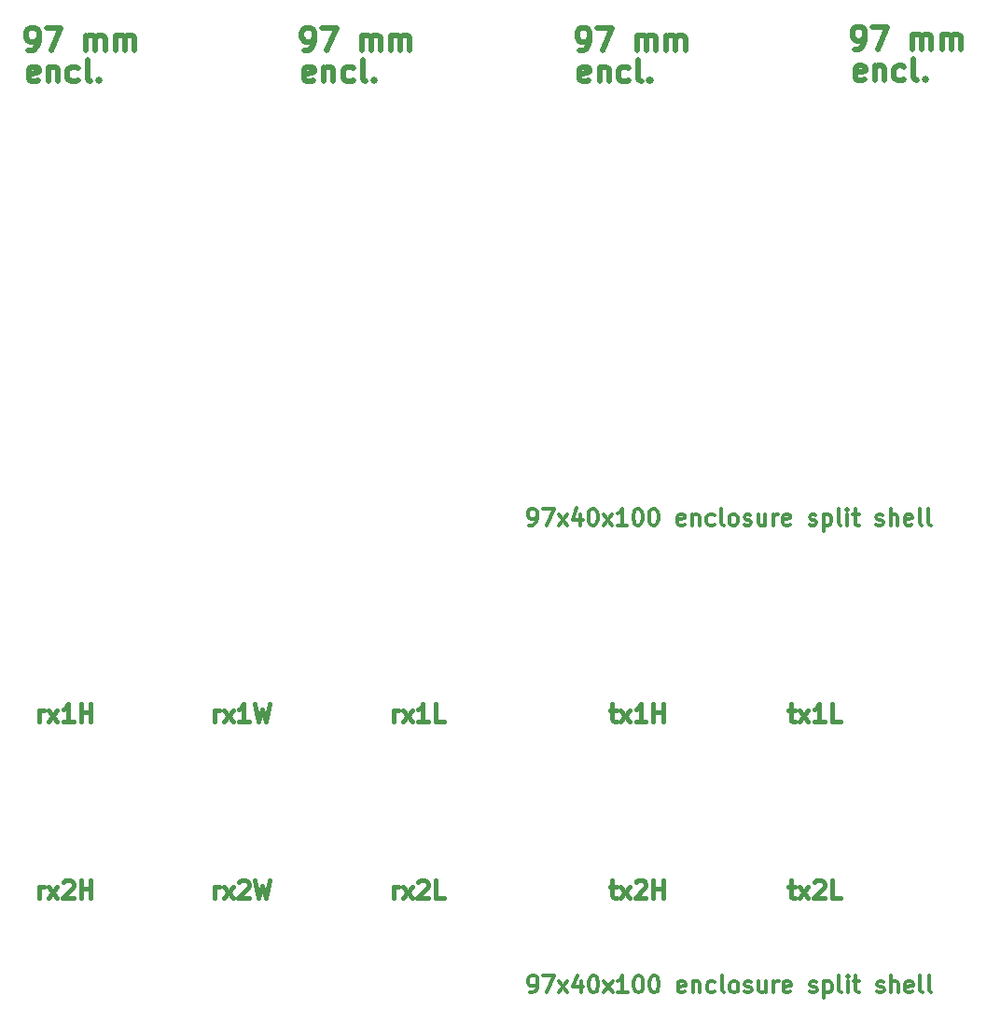
<source format=gto>
%MOIN*%
%OFA0B0*%
%FSLAX46Y46*%
%IPPOS*%
%LPD*%
%ADD10C,0.005905511811023622*%
%ADD11C,0.01968503937007874*%
%ADD22C,0.005905511811023622*%
%ADD23C,0.01968503937007874*%
%ADD34C,0.005905511811023622*%
%ADD35C,0.011811023622047244*%
%ADD36C,0.015748031496062995*%
%ADD47C,0.005905511811023622*%
%ADD48C,0.011811023622047244*%
%ADD59C,0.005905511811023622*%
%ADD60C,0.01968503937007874*%
%ADD71C,0.005905511811023622*%
%ADD72C,0.01968503937007874*%
%LPD*%
G01G01G01G01*
D10*
D11*
X0002184570Y0003511623D02*
X0002199568Y0003511623D01*
X0002207067Y0003515371D01*
X0002210817Y0003519122D01*
X0002218316Y0003530371D01*
X0002222065Y0003545369D01*
X0002222065Y0003575365D01*
X0002218316Y0003582864D01*
X0002214566Y0003586614D01*
X0002207067Y0003590363D01*
X0002192069Y0003590363D01*
X0002184570Y0003586614D01*
X0002180821Y0003582864D01*
X0002177071Y0003575365D01*
X0002177071Y0003556617D01*
X0002180821Y0003549118D01*
X0002184570Y0003545369D01*
X0002192069Y0003541619D01*
X0002207067Y0003541619D01*
X0002214566Y0003545369D01*
X0002218316Y0003549118D01*
X0002222065Y0003556617D01*
X0002248312Y0003590363D02*
X0002300806Y0003590363D01*
X0002267060Y0003511623D01*
X0002390794Y0003511623D02*
X0002390794Y0003564116D01*
X0002390794Y0003556617D02*
X0002394544Y0003560367D01*
X0002402043Y0003564116D01*
X0002413292Y0003564116D01*
X0002420791Y0003560367D01*
X0002424540Y0003552868D01*
X0002424540Y0003511623D01*
X0002424540Y0003552868D02*
X0002428290Y0003560367D01*
X0002435789Y0003564116D01*
X0002447037Y0003564116D01*
X0002454536Y0003560367D01*
X0002458286Y0003552868D01*
X0002458286Y0003511623D01*
X0002495781Y0003511623D02*
X0002495781Y0003564116D01*
X0002495781Y0003556617D02*
X0002499531Y0003560367D01*
X0002507030Y0003564116D01*
X0002518278Y0003564116D01*
X0002525777Y0003560367D01*
X0002529527Y0003552868D01*
X0002529527Y0003511623D01*
X0002529527Y0003552868D02*
X0002533277Y0003560367D01*
X0002540776Y0003564116D01*
X0002552024Y0003564116D01*
X0002559523Y0003560367D01*
X0002563273Y0003552868D01*
X0002563273Y0003511623D01*
X0002219253Y0003403168D02*
X0002211754Y0003399418D01*
X0002196756Y0003399418D01*
X0002189257Y0003403168D01*
X0002185508Y0003410667D01*
X0002185508Y0003440663D01*
X0002189257Y0003448162D01*
X0002196756Y0003451912D01*
X0002211754Y0003451912D01*
X0002219253Y0003448162D01*
X0002223003Y0003440663D01*
X0002223003Y0003433164D01*
X0002185508Y0003425665D01*
X0002256749Y0003451912D02*
X0002256749Y0003399418D01*
X0002256749Y0003444412D02*
X0002260498Y0003448162D01*
X0002267997Y0003451912D01*
X0002279246Y0003451912D01*
X0002286745Y0003448162D01*
X0002290494Y0003440663D01*
X0002290494Y0003399418D01*
X0002361736Y0003403168D02*
X0002354236Y0003399418D01*
X0002339238Y0003399418D01*
X0002331739Y0003403168D01*
X0002327990Y0003406917D01*
X0002324240Y0003414416D01*
X0002324240Y0003436914D01*
X0002327990Y0003444412D01*
X0002331739Y0003448162D01*
X0002339238Y0003451912D01*
X0002354236Y0003451912D01*
X0002361736Y0003448162D01*
X0002406730Y0003399418D02*
X0002399231Y0003403168D01*
X0002395481Y0003410667D01*
X0002395481Y0003478158D01*
X0002436726Y0003406917D02*
X0002440476Y0003403168D01*
X0002436726Y0003399418D01*
X0002432977Y0003403168D01*
X0002436726Y0003406917D01*
X0002436726Y0003399418D01*
G01G01G01G01*
D22*
D23*
X0003168822Y0003515560D02*
X0003183819Y0003515560D01*
X0003191319Y0003519310D01*
X0003195069Y0003523059D01*
X0003202568Y0003534308D01*
X0003206317Y0003549305D01*
X0003206317Y0003579302D01*
X0003202568Y0003586801D01*
X0003198818Y0003590551D01*
X0003191319Y0003594300D01*
X0003176321Y0003594300D01*
X0003168822Y0003590551D01*
X0003165073Y0003586801D01*
X0003161323Y0003579302D01*
X0003161323Y0003560555D01*
X0003165073Y0003553056D01*
X0003168822Y0003549305D01*
X0003176321Y0003545556D01*
X0003191319Y0003545556D01*
X0003198818Y0003549305D01*
X0003202568Y0003553056D01*
X0003206317Y0003560555D01*
X0003232563Y0003594300D02*
X0003285058Y0003594300D01*
X0003251312Y0003515560D01*
X0003375046Y0003515560D02*
X0003375046Y0003568054D01*
X0003375046Y0003560555D02*
X0003378796Y0003564304D01*
X0003386295Y0003568054D01*
X0003397544Y0003568054D01*
X0003405043Y0003564304D01*
X0003408792Y0003556805D01*
X0003408792Y0003515560D01*
X0003408792Y0003556805D02*
X0003412542Y0003564304D01*
X0003420040Y0003568054D01*
X0003431289Y0003568054D01*
X0003438788Y0003564304D01*
X0003442538Y0003556805D01*
X0003442538Y0003515560D01*
X0003480033Y0003515560D02*
X0003480033Y0003568054D01*
X0003480033Y0003560555D02*
X0003483783Y0003564304D01*
X0003491282Y0003568054D01*
X0003502530Y0003568054D01*
X0003510029Y0003564304D01*
X0003513779Y0003556805D01*
X0003513779Y0003515560D01*
X0003513779Y0003556805D02*
X0003517529Y0003564304D01*
X0003525028Y0003568054D01*
X0003536276Y0003568054D01*
X0003543775Y0003564304D01*
X0003547525Y0003556805D01*
X0003547525Y0003515560D01*
X0003203505Y0003407105D02*
X0003196006Y0003403355D01*
X0003181008Y0003403355D01*
X0003173509Y0003407105D01*
X0003169760Y0003414603D01*
X0003169760Y0003444600D01*
X0003173509Y0003452099D01*
X0003181008Y0003455849D01*
X0003196006Y0003455849D01*
X0003203505Y0003452099D01*
X0003207255Y0003444600D01*
X0003207255Y0003437101D01*
X0003169760Y0003429602D01*
X0003241001Y0003455849D02*
X0003241001Y0003403355D01*
X0003241001Y0003448350D02*
X0003244750Y0003452099D01*
X0003252249Y0003455849D01*
X0003263498Y0003455849D01*
X0003270997Y0003452099D01*
X0003274746Y0003444600D01*
X0003274746Y0003403355D01*
X0003345987Y0003407105D02*
X0003338488Y0003403355D01*
X0003323490Y0003403355D01*
X0003315991Y0003407105D01*
X0003312242Y0003410855D01*
X0003308492Y0003418354D01*
X0003308492Y0003440851D01*
X0003312242Y0003448350D01*
X0003315991Y0003452099D01*
X0003323490Y0003455849D01*
X0003338488Y0003455849D01*
X0003345987Y0003452099D01*
X0003390982Y0003403355D02*
X0003383483Y0003407105D01*
X0003379733Y0003414603D01*
X0003379733Y0003482096D01*
X0003420978Y0003410855D02*
X0003424728Y0003407105D01*
X0003420978Y0003403355D01*
X0003417229Y0003407105D01*
X0003420978Y0003410855D01*
X0003420978Y0003403355D01*
G04 next file*
G01G01G01G01G01G01G01G01*
D34*
D35*
X0002007829Y0000146714D02*
X0002019078Y0000146714D01*
X0002024703Y0000149526D01*
X0002027515Y0000152338D01*
X0002033138Y0000160774D01*
X0002035950Y0000172023D01*
X0002035950Y0000194520D01*
X0002033138Y0000200144D01*
X0002030327Y0000202957D01*
X0002024703Y0000205769D01*
X0002013453Y0000205769D01*
X0002007829Y0000202957D01*
X0002005018Y0000200144D01*
X0002002206Y0000194520D01*
X0002002206Y0000180459D01*
X0002005018Y0000174835D01*
X0002007829Y0000172023D01*
X0002013453Y0000169211D01*
X0002024703Y0000169211D01*
X0002030327Y0000172023D01*
X0002033138Y0000174835D01*
X0002035950Y0000180459D01*
X0002055635Y0000205769D02*
X0002095006Y0000205769D01*
X0002069697Y0000146714D01*
X0002111879Y0000146714D02*
X0002142813Y0000186084D01*
X0002111879Y0000186084D02*
X0002142813Y0000146714D01*
X0002190620Y0000186084D02*
X0002190620Y0000146714D01*
X0002176559Y0000208581D02*
X0002162498Y0000166399D01*
X0002199056Y0000166399D01*
X0002232802Y0000205769D02*
X0002238426Y0000205769D01*
X0002244050Y0000202957D01*
X0002246862Y0000200144D01*
X0002249675Y0000194520D01*
X0002252487Y0000183272D01*
X0002252487Y0000169211D01*
X0002249675Y0000157962D01*
X0002246862Y0000152338D01*
X0002244050Y0000149526D01*
X0002238426Y0000146714D01*
X0002232802Y0000146714D01*
X0002227177Y0000149526D01*
X0002224365Y0000152338D01*
X0002221553Y0000157962D01*
X0002218741Y0000169211D01*
X0002218741Y0000183272D01*
X0002221553Y0000194520D01*
X0002224365Y0000200144D01*
X0002227177Y0000202957D01*
X0002232802Y0000205769D01*
X0002272172Y0000146714D02*
X0002303105Y0000186084D01*
X0002272172Y0000186084D02*
X0002303105Y0000146714D01*
X0002356536Y0000146714D02*
X0002322790Y0000146714D01*
X0002339663Y0000146714D02*
X0002339663Y0000205769D01*
X0002334039Y0000197332D01*
X0002328415Y0000191708D01*
X0002322790Y0000188896D01*
X0002393094Y0000205769D02*
X0002398718Y0000205769D01*
X0002404343Y0000202957D01*
X0002407155Y0000200144D01*
X0002409967Y0000194520D01*
X0002412779Y0000183272D01*
X0002412779Y0000169211D01*
X0002409967Y0000157962D01*
X0002407155Y0000152338D01*
X0002404343Y0000149526D01*
X0002398718Y0000146714D01*
X0002393094Y0000146714D01*
X0002387470Y0000149526D01*
X0002384658Y0000152338D01*
X0002381846Y0000157962D01*
X0002379033Y0000169211D01*
X0002379033Y0000183272D01*
X0002381846Y0000194520D01*
X0002384658Y0000200144D01*
X0002387470Y0000202957D01*
X0002393094Y0000205769D01*
X0002449337Y0000205769D02*
X0002454961Y0000205769D01*
X0002460586Y0000202957D01*
X0002463398Y0000200144D01*
X0002466210Y0000194520D01*
X0002469022Y0000183272D01*
X0002469022Y0000169211D01*
X0002466210Y0000157962D01*
X0002463398Y0000152338D01*
X0002460586Y0000149526D01*
X0002454961Y0000146714D01*
X0002449337Y0000146714D01*
X0002443713Y0000149526D01*
X0002440901Y0000152338D01*
X0002438089Y0000157962D01*
X0002435276Y0000169211D01*
X0002435276Y0000183272D01*
X0002438089Y0000194520D01*
X0002440901Y0000200144D01*
X0002443713Y0000202957D01*
X0002449337Y0000205769D01*
X0002561823Y0000149526D02*
X0002556199Y0000146714D01*
X0002544950Y0000146714D01*
X0002539326Y0000149526D01*
X0002536514Y0000155150D01*
X0002536514Y0000177647D01*
X0002539326Y0000183272D01*
X0002544950Y0000186084D01*
X0002556199Y0000186084D01*
X0002561823Y0000183272D01*
X0002564635Y0000177647D01*
X0002564635Y0000172023D01*
X0002536514Y0000166399D01*
X0002589945Y0000186084D02*
X0002589945Y0000146714D01*
X0002589945Y0000180459D02*
X0002592757Y0000183272D01*
X0002598381Y0000186084D01*
X0002606817Y0000186084D01*
X0002612442Y0000183272D01*
X0002615254Y0000177647D01*
X0002615254Y0000146714D01*
X0002668685Y0000149526D02*
X0002663060Y0000146714D01*
X0002651812Y0000146714D01*
X0002646188Y0000149526D01*
X0002643375Y0000152338D01*
X0002640563Y0000157962D01*
X0002640563Y0000174835D01*
X0002643375Y0000180459D01*
X0002646188Y0000183272D01*
X0002651812Y0000186084D01*
X0002663060Y0000186084D01*
X0002668685Y0000183272D01*
X0002702431Y0000146714D02*
X0002696806Y0000149526D01*
X0002693994Y0000155150D01*
X0002693994Y0000205769D01*
X0002733364Y0000146714D02*
X0002727740Y0000149526D01*
X0002724928Y0000152338D01*
X0002722116Y0000157962D01*
X0002722116Y0000174835D01*
X0002724928Y0000180459D01*
X0002727740Y0000183272D01*
X0002733364Y0000186084D01*
X0002741801Y0000186084D01*
X0002747425Y0000183272D01*
X0002750237Y0000180459D01*
X0002753049Y0000174835D01*
X0002753049Y0000157962D01*
X0002750237Y0000152338D01*
X0002747425Y0000149526D01*
X0002741801Y0000146714D01*
X0002733364Y0000146714D01*
X0002775546Y0000149526D02*
X0002781171Y0000146714D01*
X0002792419Y0000146714D01*
X0002798044Y0000149526D01*
X0002800856Y0000155150D01*
X0002800856Y0000157962D01*
X0002798044Y0000163586D01*
X0002792419Y0000166399D01*
X0002783983Y0000166399D01*
X0002778359Y0000169211D01*
X0002775546Y0000174835D01*
X0002775546Y0000177647D01*
X0002778359Y0000183272D01*
X0002783983Y0000186084D01*
X0002792419Y0000186084D01*
X0002798044Y0000183272D01*
X0002851474Y0000186084D02*
X0002851474Y0000146714D01*
X0002826165Y0000186084D02*
X0002826165Y0000155150D01*
X0002828977Y0000149526D01*
X0002834602Y0000146714D01*
X0002843038Y0000146714D01*
X0002848662Y0000149526D01*
X0002851474Y0000152338D01*
X0002879596Y0000146714D02*
X0002879596Y0000186084D01*
X0002879596Y0000174835D02*
X0002882408Y0000180459D01*
X0002885220Y0000183272D01*
X0002890844Y0000186084D01*
X0002896468Y0000186084D01*
X0002938651Y0000149526D02*
X0002933027Y0000146714D01*
X0002921778Y0000146714D01*
X0002916154Y0000149526D01*
X0002913342Y0000155150D01*
X0002913342Y0000177647D01*
X0002916154Y0000183272D01*
X0002921778Y0000186084D01*
X0002933027Y0000186084D01*
X0002938651Y0000183272D01*
X0002941463Y0000177647D01*
X0002941463Y0000172023D01*
X0002913342Y0000166399D01*
X0003008955Y0000149526D02*
X0003014579Y0000146714D01*
X0003025828Y0000146714D01*
X0003031452Y0000149526D01*
X0003034264Y0000155150D01*
X0003034264Y0000157962D01*
X0003031452Y0000163586D01*
X0003025828Y0000166399D01*
X0003017391Y0000166399D01*
X0003011767Y0000169211D01*
X0003008955Y0000174835D01*
X0003008955Y0000177647D01*
X0003011767Y0000183272D01*
X0003017391Y0000186084D01*
X0003025828Y0000186084D01*
X0003031452Y0000183272D01*
X0003059573Y0000186084D02*
X0003059573Y0000127029D01*
X0003059573Y0000183272D02*
X0003065198Y0000186084D01*
X0003076446Y0000186084D01*
X0003082071Y0000183272D01*
X0003084883Y0000180459D01*
X0003087695Y0000174835D01*
X0003087695Y0000157962D01*
X0003084883Y0000152338D01*
X0003082071Y0000149526D01*
X0003076446Y0000146714D01*
X0003065198Y0000146714D01*
X0003059573Y0000149526D01*
X0003121441Y0000146714D02*
X0003115816Y0000149526D01*
X0003113004Y0000155150D01*
X0003113004Y0000205769D01*
X0003143938Y0000146714D02*
X0003143938Y0000186084D01*
X0003143938Y0000205769D02*
X0003141126Y0000202957D01*
X0003143938Y0000200144D01*
X0003146750Y0000202957D01*
X0003143938Y0000205769D01*
X0003143938Y0000200144D01*
X0003163623Y0000186084D02*
X0003186120Y0000186084D01*
X0003172059Y0000205769D02*
X0003172059Y0000155150D01*
X0003174870Y0000149526D01*
X0003180496Y0000146714D01*
X0003186120Y0000146714D01*
X0003247986Y0000149526D02*
X0003253612Y0000146714D01*
X0003264860Y0000146714D01*
X0003270485Y0000149526D01*
X0003273296Y0000155150D01*
X0003273296Y0000157962D01*
X0003270485Y0000163586D01*
X0003264860Y0000166399D01*
X0003256424Y0000166399D01*
X0003250799Y0000169211D01*
X0003247986Y0000174835D01*
X0003247986Y0000177647D01*
X0003250799Y0000183272D01*
X0003256424Y0000186084D01*
X0003264860Y0000186084D01*
X0003270485Y0000183272D01*
X0003298606Y0000146714D02*
X0003298606Y0000205769D01*
X0003323914Y0000146714D02*
X0003323914Y0000177647D01*
X0003321103Y0000183272D01*
X0003315479Y0000186084D01*
X0003307042Y0000186084D01*
X0003301418Y0000183272D01*
X0003298606Y0000180459D01*
X0003374534Y0000149526D02*
X0003368910Y0000146714D01*
X0003357661Y0000146714D01*
X0003352037Y0000149526D01*
X0003349225Y0000155150D01*
X0003349225Y0000177647D01*
X0003352037Y0000183272D01*
X0003357661Y0000186084D01*
X0003368910Y0000186084D01*
X0003374534Y0000183272D01*
X0003377346Y0000177647D01*
X0003377346Y0000172023D01*
X0003349225Y0000166399D01*
X0003411091Y0000146714D02*
X0003405468Y0000149526D01*
X0003402655Y0000155150D01*
X0003402655Y0000205769D01*
X0003442026Y0000146714D02*
X0003436401Y0000149526D01*
X0003433589Y0000155150D01*
X0003433589Y0000205769D01*
D36*
X0002930871Y0000525510D02*
X0002954868Y0000525510D01*
X0002939870Y0000546507D02*
X0002939870Y0000492514D01*
X0002942869Y0000486515D01*
X0002948868Y0000483515D01*
X0002954868Y0000483515D01*
X0002969866Y0000483515D02*
X0003002862Y0000525510D01*
X0002969866Y0000525510D02*
X0003002862Y0000483515D01*
X0003023859Y0000540508D02*
X0003026859Y0000543508D01*
X0003032858Y0000546507D01*
X0003047856Y0000546507D01*
X0003053855Y0000543508D01*
X0003056855Y0000540508D01*
X0003059855Y0000534509D01*
X0003059855Y0000528510D01*
X0003056855Y0000519510D01*
X0003020859Y0000483515D01*
X0003059855Y0000483515D01*
X0003116847Y0000483515D02*
X0003086851Y0000483515D01*
X0003086851Y0000546507D01*
X0002293450Y0000525510D02*
X0002317447Y0000525510D01*
X0002302449Y0000546507D02*
X0002302449Y0000492514D01*
X0002305449Y0000486515D01*
X0002311448Y0000483515D01*
X0002317447Y0000483515D01*
X0002332446Y0000483515D02*
X0002365441Y0000525510D01*
X0002332446Y0000525510D02*
X0002365441Y0000483515D01*
X0002386439Y0000540508D02*
X0002389438Y0000543508D01*
X0002395438Y0000546507D01*
X0002410436Y0000546507D01*
X0002416435Y0000543508D01*
X0002419435Y0000540508D01*
X0002422434Y0000534509D01*
X0002422434Y0000528510D01*
X0002419435Y0000519510D01*
X0002383439Y0000483515D01*
X0002422434Y0000483515D01*
X0002449431Y0000483515D02*
X0002449431Y0000546507D01*
X0002449431Y0000516511D02*
X0002485426Y0000516511D01*
X0002485426Y0000483515D02*
X0002485426Y0000546507D01*
X0001521047Y0000483515D02*
X0001521047Y0000525510D01*
X0001521047Y0000513511D02*
X0001524047Y0000519510D01*
X0001527045Y0000522510D01*
X0001533045Y0000525510D01*
X0001539045Y0000525510D01*
X0001554043Y0000483515D02*
X0001587038Y0000525510D01*
X0001554043Y0000525510D02*
X0001587038Y0000483515D01*
X0001608035Y0000540508D02*
X0001611036Y0000543508D01*
X0001617035Y0000546507D01*
X0001632033Y0000546507D01*
X0001638032Y0000543508D01*
X0001641032Y0000540508D01*
X0001644032Y0000534509D01*
X0001644032Y0000528510D01*
X0001641032Y0000519510D01*
X0001605036Y0000483515D01*
X0001644032Y0000483515D01*
X0001701024Y0000483515D02*
X0001671028Y0000483515D01*
X0001671028Y0000546507D01*
X0000880626Y0000483515D02*
X0000880626Y0000525510D01*
X0000880626Y0000513511D02*
X0000883626Y0000519510D01*
X0000886626Y0000522510D01*
X0000892625Y0000525510D01*
X0000898625Y0000525510D01*
X0000913623Y0000483515D02*
X0000946619Y0000525510D01*
X0000913623Y0000525510D02*
X0000946619Y0000483515D01*
X0000967616Y0000540508D02*
X0000970616Y0000543508D01*
X0000976615Y0000546507D01*
X0000991613Y0000546507D01*
X0000997612Y0000543508D01*
X0001000612Y0000540508D01*
X0001003612Y0000534509D01*
X0001003612Y0000528510D01*
X0001000612Y0000519510D01*
X0000964617Y0000483515D01*
X0001003612Y0000483515D01*
X0001024609Y0000546507D02*
X0001039607Y0000483515D01*
X0001051606Y0000528510D01*
X0001063604Y0000483515D01*
X0001078602Y0000546507D01*
X0000253705Y0000483515D02*
X0000253705Y0000525510D01*
X0000253705Y0000513511D02*
X0000256705Y0000519510D01*
X0000259705Y0000522510D01*
X0000265704Y0000525510D01*
X0000271703Y0000525510D01*
X0000286701Y0000483515D02*
X0000319697Y0000525510D01*
X0000286701Y0000525510D02*
X0000319697Y0000483515D01*
X0000340694Y0000540508D02*
X0000343694Y0000543508D01*
X0000349693Y0000546507D01*
X0000364691Y0000546507D01*
X0000370691Y0000543508D01*
X0000373690Y0000540508D01*
X0000376690Y0000534509D01*
X0000376690Y0000528510D01*
X0000373690Y0000519510D01*
X0000337695Y0000483515D01*
X0000376690Y0000483515D01*
X0000403687Y0000483515D02*
X0000403687Y0000546507D01*
X0000403687Y0000516511D02*
X0000439682Y0000516511D01*
X0000439682Y0000483515D02*
X0000439682Y0000546507D01*
X0000253705Y0001113437D02*
X0000253705Y0001155431D01*
X0000253705Y0001143433D02*
X0000256705Y0001149432D01*
X0000259705Y0001152432D01*
X0000265704Y0001155431D01*
X0000271703Y0001155431D01*
X0000286701Y0001113437D02*
X0000319697Y0001155431D01*
X0000286701Y0001155431D02*
X0000319697Y0001113437D01*
X0000376690Y0001113437D02*
X0000340694Y0001113437D01*
X0000358692Y0001113437D02*
X0000358692Y0001176429D01*
X0000352693Y0001167430D01*
X0000346694Y0001161431D01*
X0000340694Y0001158431D01*
X0000403687Y0001113437D02*
X0000403687Y0001176429D01*
X0000403687Y0001146432D02*
X0000439682Y0001146432D01*
X0000439682Y0001113437D02*
X0000439682Y0001176429D01*
X0000880626Y0001113437D02*
X0000880626Y0001155431D01*
X0000880626Y0001143433D02*
X0000883626Y0001149432D01*
X0000886626Y0001152432D01*
X0000892625Y0001155431D01*
X0000898625Y0001155431D01*
X0000913623Y0001113437D02*
X0000946619Y0001155431D01*
X0000913623Y0001155431D02*
X0000946619Y0001113437D01*
X0001003612Y0001113437D02*
X0000967616Y0001113437D01*
X0000985614Y0001113437D02*
X0000985614Y0001176429D01*
X0000979615Y0001167430D01*
X0000973615Y0001161431D01*
X0000967616Y0001158431D01*
X0001024609Y0001176429D02*
X0001039607Y0001113437D01*
X0001051606Y0001158431D01*
X0001063604Y0001113437D01*
X0001078602Y0001176429D01*
X0001521047Y0001113437D02*
X0001521047Y0001155431D01*
X0001521047Y0001143433D02*
X0001524047Y0001149432D01*
X0001527045Y0001152432D01*
X0001533045Y0001155431D01*
X0001539045Y0001155431D01*
X0001554043Y0001113437D02*
X0001587038Y0001155431D01*
X0001554043Y0001155431D02*
X0001587038Y0001113437D01*
X0001644032Y0001113437D02*
X0001608035Y0001113437D01*
X0001626034Y0001113437D02*
X0001626034Y0001176429D01*
X0001620035Y0001167430D01*
X0001614035Y0001161431D01*
X0001608035Y0001158431D01*
X0001701024Y0001113437D02*
X0001671028Y0001113437D01*
X0001671028Y0001176429D01*
X0002293450Y0001155431D02*
X0002317447Y0001155431D01*
X0002302449Y0001176429D02*
X0002302449Y0001122435D01*
X0002305449Y0001116436D01*
X0002311448Y0001113437D01*
X0002317447Y0001113437D01*
X0002332446Y0001113437D02*
X0002365441Y0001155431D01*
X0002332446Y0001155431D02*
X0002365441Y0001113437D01*
X0002422434Y0001113437D02*
X0002386439Y0001113437D01*
X0002404437Y0001113437D02*
X0002404437Y0001176429D01*
X0002398437Y0001167430D01*
X0002392438Y0001161431D01*
X0002386439Y0001158431D01*
X0002449431Y0001113437D02*
X0002449431Y0001176429D01*
X0002449431Y0001146432D02*
X0002485426Y0001146432D01*
X0002485426Y0001113437D02*
X0002485426Y0001176429D01*
X0002930871Y0001155431D02*
X0002954868Y0001155431D01*
X0002939870Y0001176429D02*
X0002939870Y0001122435D01*
X0002942869Y0001116436D01*
X0002948868Y0001113437D01*
X0002954868Y0001113437D01*
X0002969866Y0001113437D02*
X0003002862Y0001155431D01*
X0002969866Y0001155431D02*
X0003002862Y0001113437D01*
X0003059855Y0001113437D02*
X0003023859Y0001113437D01*
X0003041857Y0001113437D02*
X0003041857Y0001176429D01*
X0003035858Y0001167430D01*
X0003029858Y0001161431D01*
X0003023859Y0001158431D01*
X0003116847Y0001113437D02*
X0003086851Y0001113437D01*
X0003086851Y0001176429D01*
G01G01G01G01G01G01G01G01*
D47*
D48*
X0002005952Y0001814632D02*
X0002017201Y0001814632D01*
X0002022825Y0001817444D01*
X0002025637Y0001820255D01*
X0002031262Y0001828693D01*
X0002034074Y0001839941D01*
X0002034074Y0001862439D01*
X0002031262Y0001868063D01*
X0002028449Y0001870875D01*
X0002022825Y0001873687D01*
X0002011577Y0001873687D01*
X0002005952Y0001870875D01*
X0002003140Y0001868063D01*
X0002000328Y0001862439D01*
X0002000328Y0001848378D01*
X0002003140Y0001842754D01*
X0002005952Y0001839941D01*
X0002011577Y0001837129D01*
X0002022825Y0001837129D01*
X0002028449Y0001839941D01*
X0002031262Y0001842754D01*
X0002034074Y0001848378D01*
X0002053759Y0001873687D02*
X0002093128Y0001873687D01*
X0002067820Y0001814632D01*
X0002110002Y0001814632D02*
X0002140936Y0001854002D01*
X0002110002Y0001854002D02*
X0002140936Y0001814632D01*
X0002188742Y0001854002D02*
X0002188742Y0001814632D01*
X0002174681Y0001876499D02*
X0002160621Y0001834317D01*
X0002197179Y0001834317D01*
X0002230924Y0001873687D02*
X0002236549Y0001873687D01*
X0002242173Y0001870875D01*
X0002244985Y0001868063D01*
X0002247797Y0001862439D01*
X0002250609Y0001851190D01*
X0002250609Y0001837129D01*
X0002247797Y0001825881D01*
X0002244985Y0001820255D01*
X0002242173Y0001817444D01*
X0002236549Y0001814632D01*
X0002230924Y0001814632D01*
X0002225300Y0001817444D01*
X0002222488Y0001820255D01*
X0002219676Y0001825881D01*
X0002216864Y0001837129D01*
X0002216864Y0001851190D01*
X0002219676Y0001862439D01*
X0002222488Y0001868063D01*
X0002225300Y0001870875D01*
X0002230924Y0001873687D01*
X0002270294Y0001814632D02*
X0002301228Y0001854002D01*
X0002270294Y0001854002D02*
X0002301228Y0001814632D01*
X0002354659Y0001814632D02*
X0002320913Y0001814632D01*
X0002337786Y0001814632D02*
X0002337786Y0001873687D01*
X0002332162Y0001865251D01*
X0002326537Y0001859626D01*
X0002320913Y0001856814D01*
X0002391217Y0001873687D02*
X0002396841Y0001873687D01*
X0002402465Y0001870875D01*
X0002405278Y0001868063D01*
X0002408090Y0001862439D01*
X0002410902Y0001851190D01*
X0002410902Y0001837129D01*
X0002408090Y0001825881D01*
X0002405278Y0001820255D01*
X0002402465Y0001817444D01*
X0002396841Y0001814632D01*
X0002391217Y0001814632D01*
X0002385592Y0001817444D01*
X0002382780Y0001820255D01*
X0002379968Y0001825881D01*
X0002377156Y0001837129D01*
X0002377156Y0001851190D01*
X0002379968Y0001862439D01*
X0002382780Y0001868063D01*
X0002385592Y0001870875D01*
X0002391217Y0001873687D01*
X0002447460Y0001873687D02*
X0002453084Y0001873687D01*
X0002458708Y0001870875D01*
X0002461520Y0001868063D01*
X0002464333Y0001862439D01*
X0002467145Y0001851190D01*
X0002467145Y0001837129D01*
X0002464333Y0001825881D01*
X0002461520Y0001820255D01*
X0002458708Y0001817444D01*
X0002453084Y0001814632D01*
X0002447460Y0001814632D01*
X0002441835Y0001817444D01*
X0002439023Y0001820255D01*
X0002436211Y0001825881D01*
X0002433399Y0001837129D01*
X0002433399Y0001851190D01*
X0002436211Y0001862439D01*
X0002439023Y0001868063D01*
X0002441835Y0001870875D01*
X0002447460Y0001873687D01*
X0002559946Y0001817444D02*
X0002554321Y0001814632D01*
X0002543073Y0001814632D01*
X0002537448Y0001817444D01*
X0002534636Y0001823069D01*
X0002534636Y0001845566D01*
X0002537448Y0001851190D01*
X0002543073Y0001854002D01*
X0002554321Y0001854002D01*
X0002559946Y0001851190D01*
X0002562758Y0001845566D01*
X0002562758Y0001839941D01*
X0002534636Y0001834317D01*
X0002588067Y0001854002D02*
X0002588067Y0001814632D01*
X0002588067Y0001848378D02*
X0002590879Y0001851190D01*
X0002596504Y0001854002D01*
X0002604940Y0001854002D01*
X0002610564Y0001851190D01*
X0002613376Y0001845566D01*
X0002613376Y0001814632D01*
X0002666807Y0001817444D02*
X0002661183Y0001814632D01*
X0002649934Y0001814632D01*
X0002644309Y0001817444D01*
X0002641498Y0001820255D01*
X0002638686Y0001825881D01*
X0002638686Y0001842754D01*
X0002641498Y0001848378D01*
X0002644309Y0001851190D01*
X0002649934Y0001854002D01*
X0002661183Y0001854002D01*
X0002666807Y0001851190D01*
X0002700553Y0001814632D02*
X0002694929Y0001817444D01*
X0002692117Y0001823069D01*
X0002692117Y0001873687D01*
X0002731487Y0001814632D02*
X0002725862Y0001817444D01*
X0002723050Y0001820255D01*
X0002720238Y0001825881D01*
X0002720238Y0001842754D01*
X0002723050Y0001848378D01*
X0002725862Y0001851190D01*
X0002731487Y0001854002D01*
X0002739923Y0001854002D01*
X0002745547Y0001851190D01*
X0002748360Y0001848378D01*
X0002751172Y0001842754D01*
X0002751172Y0001825881D01*
X0002748360Y0001820255D01*
X0002745547Y0001817444D01*
X0002739923Y0001814632D01*
X0002731487Y0001814632D01*
X0002773669Y0001817444D02*
X0002779292Y0001814632D01*
X0002790542Y0001814632D01*
X0002796166Y0001817444D01*
X0002798978Y0001823069D01*
X0002798978Y0001825881D01*
X0002796166Y0001831505D01*
X0002790542Y0001834317D01*
X0002782105Y0001834317D01*
X0002776481Y0001837129D01*
X0002773669Y0001842754D01*
X0002773669Y0001845566D01*
X0002776481Y0001851190D01*
X0002782105Y0001854002D01*
X0002790542Y0001854002D01*
X0002796166Y0001851190D01*
X0002849597Y0001854002D02*
X0002849597Y0001814632D01*
X0002824288Y0001854002D02*
X0002824288Y0001823069D01*
X0002827100Y0001817444D01*
X0002832724Y0001814632D01*
X0002841161Y0001814632D01*
X0002846785Y0001817444D01*
X0002849597Y0001820255D01*
X0002877718Y0001814632D02*
X0002877718Y0001854002D01*
X0002877718Y0001842754D02*
X0002880531Y0001848378D01*
X0002883343Y0001851190D01*
X0002888967Y0001854002D01*
X0002894591Y0001854002D01*
X0002936774Y0001817444D02*
X0002931149Y0001814632D01*
X0002919901Y0001814632D01*
X0002914276Y0001817444D01*
X0002911464Y0001823069D01*
X0002911464Y0001845566D01*
X0002914276Y0001851190D01*
X0002919901Y0001854002D01*
X0002931149Y0001854002D01*
X0002936774Y0001851190D01*
X0002939586Y0001845566D01*
X0002939586Y0001839941D01*
X0002911464Y0001834317D01*
X0003007077Y0001817444D02*
X0003012702Y0001814632D01*
X0003023950Y0001814632D01*
X0003029574Y0001817444D01*
X0003032387Y0001823069D01*
X0003032387Y0001825881D01*
X0003029574Y0001831505D01*
X0003023950Y0001834317D01*
X0003015513Y0001834317D01*
X0003009889Y0001837129D01*
X0003007077Y0001842754D01*
X0003007077Y0001845566D01*
X0003009889Y0001851190D01*
X0003015513Y0001854002D01*
X0003023950Y0001854002D01*
X0003029574Y0001851190D01*
X0003057696Y0001854002D02*
X0003057696Y0001794946D01*
X0003057696Y0001851190D02*
X0003063320Y0001854002D01*
X0003074569Y0001854002D01*
X0003080192Y0001851190D01*
X0003083005Y0001848378D01*
X0003085817Y0001842754D01*
X0003085817Y0001825881D01*
X0003083005Y0001820255D01*
X0003080192Y0001817444D01*
X0003074569Y0001814632D01*
X0003063320Y0001814632D01*
X0003057696Y0001817444D01*
X0003119563Y0001814632D02*
X0003113939Y0001817444D01*
X0003111127Y0001823069D01*
X0003111127Y0001873687D01*
X0003142059Y0001814632D02*
X0003142059Y0001854002D01*
X0003142059Y0001873687D02*
X0003139248Y0001870875D01*
X0003142059Y0001868063D01*
X0003144873Y0001870875D01*
X0003142059Y0001873687D01*
X0003142059Y0001868063D01*
X0003161745Y0001854002D02*
X0003184243Y0001854002D01*
X0003170182Y0001873687D02*
X0003170182Y0001823069D01*
X0003172994Y0001817444D01*
X0003178618Y0001814632D01*
X0003184243Y0001814632D01*
X0003246110Y0001817444D02*
X0003251734Y0001814632D01*
X0003262983Y0001814632D01*
X0003268607Y0001817444D01*
X0003271419Y0001823069D01*
X0003271419Y0001825881D01*
X0003268607Y0001831505D01*
X0003262983Y0001834317D01*
X0003254546Y0001834317D01*
X0003248922Y0001837129D01*
X0003246110Y0001842754D01*
X0003246110Y0001845566D01*
X0003248922Y0001851190D01*
X0003254546Y0001854002D01*
X0003262983Y0001854002D01*
X0003268607Y0001851190D01*
X0003296729Y0001814632D02*
X0003296729Y0001873687D01*
X0003322038Y0001814632D02*
X0003322038Y0001845566D01*
X0003319226Y0001851190D01*
X0003313601Y0001854002D01*
X0003305165Y0001854002D01*
X0003299541Y0001851190D01*
X0003296729Y0001848378D01*
X0003372657Y0001817444D02*
X0003367032Y0001814632D01*
X0003355784Y0001814632D01*
X0003350159Y0001817444D01*
X0003347347Y0001823069D01*
X0003347347Y0001845566D01*
X0003350159Y0001851190D01*
X0003355784Y0001854002D01*
X0003367032Y0001854002D01*
X0003372657Y0001851190D01*
X0003375469Y0001845566D01*
X0003375469Y0001839941D01*
X0003347347Y0001834317D01*
X0003409215Y0001814632D02*
X0003403590Y0001817444D01*
X0003400778Y0001823069D01*
X0003400778Y0001873687D01*
X0003440148Y0001814632D02*
X0003434524Y0001817444D01*
X0003431712Y0001823069D01*
X0003431712Y0001873687D01*
G04 next file*
G01G01G01G01G01G01G01G01*
D59*
D60*
X0000216066Y0003511623D02*
X0000231064Y0003511623D01*
X0000238563Y0003515371D01*
X0000242313Y0003519122D01*
X0000249812Y0003530371D01*
X0000253562Y0003545369D01*
X0000253562Y0003575365D01*
X0000249812Y0003582864D01*
X0000246062Y0003586614D01*
X0000238563Y0003590363D01*
X0000223565Y0003590363D01*
X0000216066Y0003586614D01*
X0000212317Y0003582864D01*
X0000208567Y0003575365D01*
X0000208567Y0003556617D01*
X0000212317Y0003549118D01*
X0000216066Y0003545369D01*
X0000223565Y0003541619D01*
X0000238563Y0003541619D01*
X0000246062Y0003545369D01*
X0000249812Y0003549118D01*
X0000253562Y0003556617D01*
X0000279808Y0003590363D02*
X0000332302Y0003590363D01*
X0000298556Y0003511623D01*
X0000422290Y0003511623D02*
X0000422290Y0003564116D01*
X0000422290Y0003556617D02*
X0000426040Y0003560367D01*
X0000433539Y0003564116D01*
X0000444788Y0003564116D01*
X0000452287Y0003560367D01*
X0000456036Y0003552868D01*
X0000456036Y0003511623D01*
X0000456036Y0003552868D02*
X0000459786Y0003560367D01*
X0000467285Y0003564116D01*
X0000478533Y0003564116D01*
X0000486032Y0003560367D01*
X0000489782Y0003552868D01*
X0000489782Y0003511623D01*
X0000527277Y0003511623D02*
X0000527277Y0003564116D01*
X0000527277Y0003556617D02*
X0000531027Y0003560367D01*
X0000538526Y0003564116D01*
X0000549775Y0003564116D01*
X0000557274Y0003560367D01*
X0000561023Y0003552868D01*
X0000561023Y0003511623D01*
X0000561023Y0003552868D02*
X0000564773Y0003560367D01*
X0000572272Y0003564116D01*
X0000583520Y0003564116D01*
X0000591019Y0003560367D01*
X0000594769Y0003552868D01*
X0000594769Y0003511623D01*
X0000250749Y0003403168D02*
X0000243250Y0003399418D01*
X0000228252Y0003399418D01*
X0000220753Y0003403168D01*
X0000217004Y0003410667D01*
X0000217004Y0003440663D01*
X0000220753Y0003448162D01*
X0000228252Y0003451912D01*
X0000243250Y0003451912D01*
X0000250749Y0003448162D01*
X0000254498Y0003440663D01*
X0000254498Y0003433164D01*
X0000217004Y0003425665D01*
X0000288245Y0003451912D02*
X0000288245Y0003399418D01*
X0000288245Y0003444412D02*
X0000291994Y0003448162D01*
X0000299493Y0003451912D01*
X0000310742Y0003451912D01*
X0000318241Y0003448162D01*
X0000321990Y0003440663D01*
X0000321990Y0003399418D01*
X0000393232Y0003403168D02*
X0000385732Y0003399418D01*
X0000370734Y0003399418D01*
X0000363235Y0003403168D01*
X0000359486Y0003406917D01*
X0000355736Y0003414416D01*
X0000355736Y0003436914D01*
X0000359486Y0003444412D01*
X0000363235Y0003448162D01*
X0000370734Y0003451912D01*
X0000385732Y0003451912D01*
X0000393232Y0003448162D01*
X0000438226Y0003399418D02*
X0000430727Y0003403168D01*
X0000426977Y0003410667D01*
X0000426977Y0003478158D01*
X0000468222Y0003406917D02*
X0000471972Y0003403168D01*
X0000468222Y0003399418D01*
X0000464473Y0003403168D01*
X0000468222Y0003406917D01*
X0000468222Y0003399418D01*
G04 next file*
G04 #@! TF.FileFunction,Legend,Top*
G04 Gerber Fmt 4.6, Leading zero omitted, Abs format (unit mm)*
G04 Created by KiCad (PCBNEW no-bzr-kicad_new3d-viewer) date 07/10/16 17:41:36*
G01G01G01G01G01G01G01G01*
G04 APERTURE LIST*
G04 APERTURE END LIST*
D71*
D72*
X0001200318Y0003511623D02*
X0001215316Y0003511623D01*
X0001222815Y0003515371D01*
X0001226565Y0003519122D01*
X0001234064Y0003530371D01*
X0001237814Y0003545369D01*
X0001237814Y0003575365D01*
X0001234064Y0003582864D01*
X0001230314Y0003586614D01*
X0001222815Y0003590363D01*
X0001207817Y0003590363D01*
X0001200318Y0003586614D01*
X0001196569Y0003582864D01*
X0001192819Y0003575365D01*
X0001192819Y0003556617D01*
X0001196569Y0003549118D01*
X0001200318Y0003545369D01*
X0001207817Y0003541619D01*
X0001222815Y0003541619D01*
X0001230314Y0003545369D01*
X0001234064Y0003549118D01*
X0001237814Y0003556617D01*
X0001264060Y0003590363D02*
X0001316553Y0003590363D01*
X0001282808Y0003511623D01*
X0001406542Y0003511623D02*
X0001406542Y0003564116D01*
X0001406542Y0003556617D02*
X0001410292Y0003560367D01*
X0001417791Y0003564116D01*
X0001429040Y0003564116D01*
X0001436539Y0003560367D01*
X0001440288Y0003552868D01*
X0001440288Y0003511623D01*
X0001440288Y0003552868D02*
X0001444038Y0003560367D01*
X0001451537Y0003564116D01*
X0001462785Y0003564116D01*
X0001470284Y0003560367D01*
X0001474034Y0003552868D01*
X0001474034Y0003511623D01*
X0001511529Y0003511623D02*
X0001511529Y0003564116D01*
X0001511529Y0003556617D02*
X0001515278Y0003560367D01*
X0001522778Y0003564116D01*
X0001534026Y0003564116D01*
X0001541524Y0003560367D01*
X0001545275Y0003552868D01*
X0001545275Y0003511623D01*
X0001545275Y0003552868D02*
X0001549025Y0003560367D01*
X0001556524Y0003564116D01*
X0001567770Y0003564116D01*
X0001575271Y0003560367D01*
X0001579019Y0003552868D01*
X0001579019Y0003511623D01*
X0001235001Y0003403168D02*
X0001227502Y0003399418D01*
X0001212504Y0003399418D01*
X0001205005Y0003403168D01*
X0001201256Y0003410667D01*
X0001201256Y0003440663D01*
X0001205005Y0003448162D01*
X0001212504Y0003451912D01*
X0001227502Y0003451912D01*
X0001235001Y0003448162D01*
X0001238751Y0003440663D01*
X0001238751Y0003433164D01*
X0001201256Y0003425665D01*
X0001272497Y0003451912D02*
X0001272497Y0003399418D01*
X0001272497Y0003444412D02*
X0001276246Y0003448162D01*
X0001283745Y0003451912D01*
X0001294994Y0003451912D01*
X0001302493Y0003448162D01*
X0001306241Y0003440663D01*
X0001306241Y0003399418D01*
X0001377484Y0003403168D02*
X0001369985Y0003399418D01*
X0001354985Y0003399418D01*
X0001347487Y0003403168D01*
X0001343738Y0003406917D01*
X0001339988Y0003414416D01*
X0001339988Y0003436914D01*
X0001343738Y0003444412D01*
X0001347487Y0003448162D01*
X0001354985Y0003451912D01*
X0001369985Y0003451912D01*
X0001377484Y0003448162D01*
X0001422478Y0003399418D02*
X0001414979Y0003403168D01*
X0001411229Y0003410667D01*
X0001411229Y0003478158D01*
X0001452474Y0003406917D02*
X0001456224Y0003403168D01*
X0001452474Y0003399418D01*
X0001448725Y0003403168D01*
X0001452474Y0003406917D01*
X0001452474Y0003399418D01*
M02*
</source>
